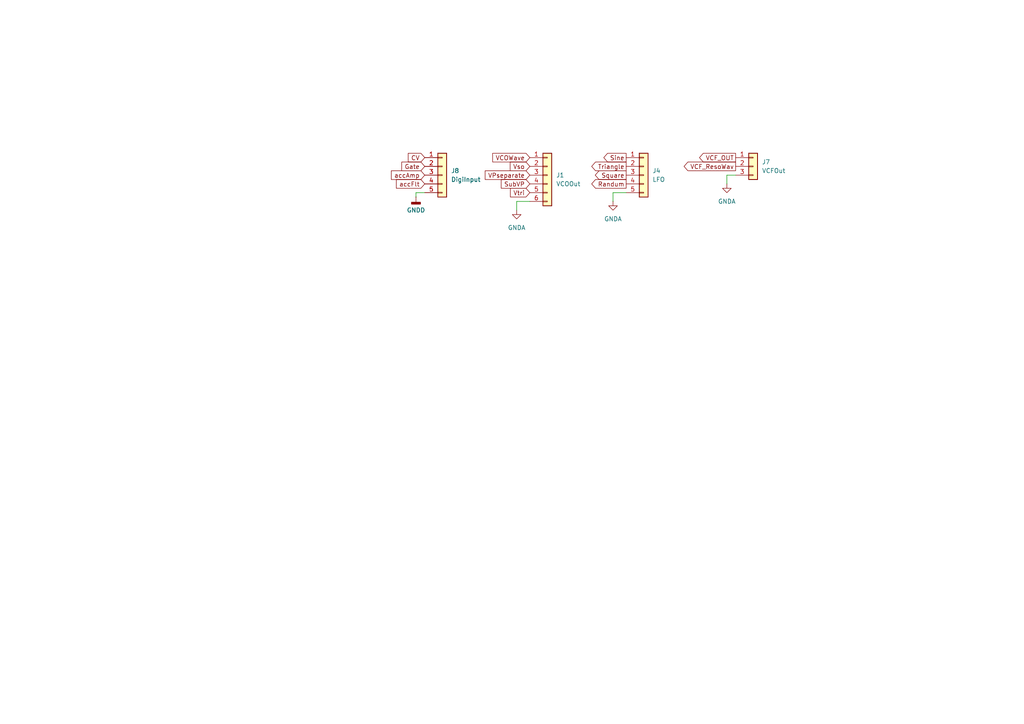
<source format=kicad_sch>
(kicad_sch (version 20250114) (generator "eeschema") (generator_version "9.0")
  (paper "A4")
  (lib_symbols
    (symbol "Connector_Generic:Conn_01x03" (pin_names (offset 1.016) (hide yes))
      (property "Reference" "J" (at 0 5.08 0))
      (property "Value" "Conn_01x03" (at 0 -5.08 0))
      (symbol "Conn_01x03_1_1"
        (rectangle (start -1.27 3.81) (end 1.27 -3.81) (stroke (width 0.254)) (fill (type background)))
        (rectangle (start -1.27 2.667) (end 0 2.413) (stroke (width 0.1524)))
        (rectangle (start -1.27 0.127) (end 0 -0.127) (stroke (width 0.1524)))
        (rectangle (start -1.27 -2.413) (end 0 -2.667) (stroke (width 0.1524)))
        (pin passive line (at -5.08 2.54 0) (length 3.81) (name "Pin_1") (number "1"))
        (pin passive line (at -5.08 0 0) (length 3.81) (name "Pin_2") (number "2"))
        (pin passive line (at -5.08 -2.54 0) (length 3.81) (name "Pin_3") (number "3"))
      )
    )
    (symbol "Connector_Generic:Conn_01x05" (pin_names (offset 1.016) (hide yes))
      (property "Reference" "J" (at 0 7.62 0))
      (property "Value" "Conn_01x05" (at 0 -7.62 0))
      (symbol "Conn_01x05_1_1"
        (rectangle (start -1.27 6.35) (end 1.27 -6.35) (stroke (width 0.254)) (fill (type background)))
        (rectangle (start -1.27 5.207) (end 0 4.953) (stroke (width 0.1524)))
        (rectangle (start -1.27 2.667) (end 0 2.413) (stroke (width 0.1524)))
        (rectangle (start -1.27 0.127) (end 0 -0.127) (stroke (width 0.1524)))
        (rectangle (start -1.27 -2.413) (end 0 -2.667) (stroke (width 0.1524)))
        (rectangle (start -1.27 -4.953) (end 0 -5.207) (stroke (width 0.1524)))
        (pin passive line (at -5.08 5.08 0) (length 3.81) (name "Pin_1") (number "1"))
        (pin passive line (at -5.08 2.54 0) (length 3.81) (name "Pin_2") (number "2"))
        (pin passive line (at -5.08 0 0) (length 3.81) (name "Pin_3") (number "3"))
        (pin passive line (at -5.08 -2.54 0) (length 3.81) (name "Pin_4") (number "4"))
        (pin passive line (at -5.08 -5.08 0) (length 3.81) (name "Pin_5") (number "5"))
      )
    )
    (symbol "Connector_Generic:Conn_01x06" (pin_names (offset 1.016) (hide yes))
      (property "Reference" "J" (at 0 7.62 0))
      (property "Value" "Conn_01x06" (at 0 -10.16 0))
      (symbol "Conn_01x06_1_1"
        (rectangle (start -1.27 6.35) (end 1.27 -8.89) (stroke (width 0.254)) (fill (type background)))
        (rectangle (start -1.27 5.207) (end 0 4.953) (stroke (width 0.1524)))
        (rectangle (start -1.27 2.667) (end 0 2.413) (stroke (width 0.1524)))
        (rectangle (start -1.27 0.127) (end 0 -0.127) (stroke (width 0.1524)))
        (rectangle (start -1.27 -2.413) (end 0 -2.667) (stroke (width 0.1524)))
        (rectangle (start -1.27 -4.953) (end 0 -5.207) (stroke (width 0.1524)))
        (rectangle (start -1.27 -7.493) (end 0 -7.747) (stroke (width 0.1524)))
        (pin passive line (at -5.08 5.08 0) (length 3.81) (name "Pin_1") (number "1"))
        (pin passive line (at -5.08 2.54 0) (length 3.81) (name "Pin_2") (number "2"))
        (pin passive line (at -5.08 0 0) (length 3.81) (name "Pin_3") (number "3"))
        (pin passive line (at -5.08 -2.54 0) (length 3.81) (name "Pin_4") (number "4"))
        (pin passive line (at -5.08 -5.08 0) (length 3.81) (name "Pin_5") (number "5"))
        (pin passive line (at -5.08 -7.62 0) (length 3.81) (name "Pin_6") (number "6"))
      )
    )
    (symbol "power:GNDA" (power) (pin_numbers (hide yes)) (pin_names (offset 0) (hide yes))
      (property "Value" "GNDA" (at 0 -3.81 0))
      (symbol "GNDA_0_1"
        (polyline (pts (xy 0 0) (xy 0 -1.27) (xy 1.27 -1.27) (xy 0 -2.54) (xy -1.27 -1.27) (xy 0 -1.27)))
      )
      (symbol "GNDA_1_1"
        (pin power_in line (at 0 0 270) (length 0) (name "~") (number "1"))
      )
    )
    (symbol "power:GNDD" (power) (pin_numbers (hide yes)) (pin_names (offset 0) (hide yes))
      (property "Value" "GNDD" (at 0 -3.175 0))
      (symbol "GNDD_0_1"
        (rectangle (start -1.27 -1.524) (end 1.27 -2.032) (stroke (width 0.254)) (fill (type outline)))
        (polyline (pts (xy 0 0) (xy 0 -1.524)))
      )
      (symbol "GNDD_1_1"
        (pin power_in line (at 0 0 270) (length 0) (name "~") (number "1"))
      )
    )
  )
  (wire (pts (xy 120.65 55.88) (xy 120.65 57.15)))
  (wire (pts (xy 210.82 50.8) (xy 210.82 53.34)))
  (wire (pts (xy 181.61 55.88) (xy 177.8 55.88)))
  (wire (pts (xy 213.36 50.8) (xy 210.82 50.8)))
  (wire (pts (xy 149.86 58.42) (xy 149.86 60.96)))
  (wire (pts (xy 153.67 58.42) (xy 149.86 58.42)))
  (wire (pts (xy 177.8 55.88) (xy 177.8 58.42)))
  (wire (pts (xy 123.19 55.88) (xy 120.65 55.88)))
  (global_label "Randum" (shape output) (at 181.61 53.34 180) (property "Intersheetrefs" "${INTERSHEET_REFS}" (effects (hide yes))))
  (global_label "accAmp" (shape input) (at 123.19 50.8 180) (property "Intersheetrefs" "${INTERSHEET_REFS}" (effects (hide yes))))
  (global_label "Square" (shape output) (at 181.61 50.8 180) (property "Intersheetrefs" "${INTERSHEET_REFS}" (effects (hide yes))))
  (global_label "Triangle" (shape output) (at 181.61 48.26 180) (property "Intersheetrefs" "${INTERSHEET_REFS}" (effects (hide yes))))
  (global_label "VCOWave" (shape input) (at 153.67 45.72 180) (property "Intersheetrefs" "${INTERSHEET_REFS}" (effects (hide yes))))
  (global_label "Vtri" (shape input) (at 153.67 55.88 180) (property "Intersheetrefs" "${INTERSHEET_REFS}" (effects (hide yes))))
  (global_label "VPseparate" (shape input) (at 153.67 50.8 180) (property "Intersheetrefs" "${INTERSHEET_REFS}" (effects (hide yes))))
  (global_label "Sine" (shape output) (at 181.61 45.72 180) (property "Intersheetrefs" "${INTERSHEET_REFS}" (effects (hide yes))))
  (global_label "accFlt" (shape input) (at 123.19 53.34 180) (property "Intersheetrefs" "${INTERSHEET_REFS}" (effects (hide yes))))
  (global_label "SubVP" (shape input) (at 153.67 53.34 180) (property "Intersheetrefs" "${INTERSHEET_REFS}" (effects (hide yes))))
  (global_label "Gate" (shape input) (at 123.19 48.26 180) (property "Intersheetrefs" "${INTERSHEET_REFS}" (effects (hide yes))))
  (global_label "Vso" (shape input) (at 153.67 48.26 180) (property "Intersheetrefs" "${INTERSHEET_REFS}" (effects (hide yes))))
  (global_label "VCF_OUT" (shape output) (at 213.36 45.72 180) (property "Intersheetrefs" "${INTERSHEET_REFS}" (effects (hide yes))))
  (global_label "CV" (shape input) (at 123.19 45.72 180) (property "Intersheetrefs" "${INTERSHEET_REFS}" (effects (hide yes))))
  (global_label "VCF_ResoWav" (shape output) (at 213.36 48.26 180) (property "Intersheetrefs" "${INTERSHEET_REFS}" (effects (hide yes))))
  (symbol (lib_id "power:GNDD") (at 120.65 57.15 0) (unit 1)
    (property "Reference" "#PWR040" (effects (hide yes)))
    (property "Value" "GNDD" (at 120.65 60.96 0))
    (property "Description" "Power symbol creates a global label with name \"GNDD\" , digital ground" (effects (hide yes)))
  )
  (symbol (lib_id "power:GNDA") (at 149.86 60.96 0) (unit 1)
    (property "Reference" "#PWR085" (effects (hide yes)))
    (property "Value" "GNDA" (at 149.86 66.04 0))
    (property "Description" "Power symbol creates a global label with name \"GNDA\" , analog ground" (effects (hide yes)))
  )
  (symbol (lib_id "Connector_Generic:Conn_01x05") (at 128.27 50.8 0) (unit 1)
    (property "Reference" "J8" (at 130.81 49.5299 0) (effects (justify left)))
    (property "Value" "DigiInput" (at 130.81 52.0699 0) (effects (justify left)))
    (property "Footprint" "Connector_PinSocket_2.54mm:PinSocket_1x05_P2.54mm_Vertical" (effects (hide yes)))
    (property "Description" "Generic connector, single row, 01x05, script generated (kicad-library-utils/schlib/autogen/connector/)" (effects (hide yes)))
  )
  (symbol (lib_id "power:GNDA") (at 177.8 58.42 0) (unit 1)
    (property "Reference" "#PWR0139" (effects (hide yes)))
    (property "Value" "GNDA" (at 177.8 63.5 0))
    (property "Description" "Power symbol creates a global label with name \"GNDA\" , analog ground" (effects (hide yes)))
  )
  (symbol (lib_id "Connector_Generic:Conn_01x03") (at 218.44 48.26 0) (unit 1)
    (property "Reference" "J7" (at 220.98 46.9899 0) (effects (justify left)))
    (property "Value" "VCFOut" (at 220.98 49.5299 0) (effects (justify left)))
    (property "Footprint" "Connector_PinSocket_2.54mm:PinSocket_1x03_P2.54mm_Vertical" (effects (hide yes)))
    (property "Description" "Generic connector, single row, 01x03, script generated (kicad-library-utils/schlib/autogen/connector/)" (effects (hide yes)))
  )
  (symbol (lib_id "Connector_Generic:Conn_01x06") (at 158.75 50.8 0) (unit 1)
    (property "Reference" "J1" (at 161.29 50.7999 0) (effects (justify left)))
    (property "Value" "VCOOut" (at 161.29 53.3399 0) (effects (justify left)))
    (property "Footprint" "Connector_PinSocket_2.54mm:PinSocket_1x06_P2.54mm_Vertical" (effects (hide yes)))
    (property "Description" "Generic connector, single row, 01x06, script generated (kicad-library-utils/schlib/autogen/connector/)" (effects (hide yes)))
  )
  (symbol (lib_id "power:GNDA") (at 210.82 53.34 0) (unit 1)
    (property "Reference" "#PWR023" (effects (hide yes)))
    (property "Value" "GNDA" (at 210.82 58.42 0))
    (property "Description" "Power symbol creates a global label with name \"GNDA\" , analog ground" (effects (hide yes)))
  )
  (symbol (lib_id "Connector_Generic:Conn_01x05") (at 186.69 50.8 0) (unit 1)
    (property "Reference" "J4" (at 189.23 49.5299 0) (effects (justify left)))
    (property "Value" "LFO" (at 189.23 52.0699 0) (effects (justify left)))
    (property "Footprint" "Connector_PinSocket_2.54mm:PinSocket_1x05_P2.54mm_Vertical" (effects (hide yes)))
    (property "Description" "Generic connector, single row, 01x05, script generated (kicad-library-utils/schlib/autogen/connector/)" (effects (hide yes)))
  )
)
</source>
